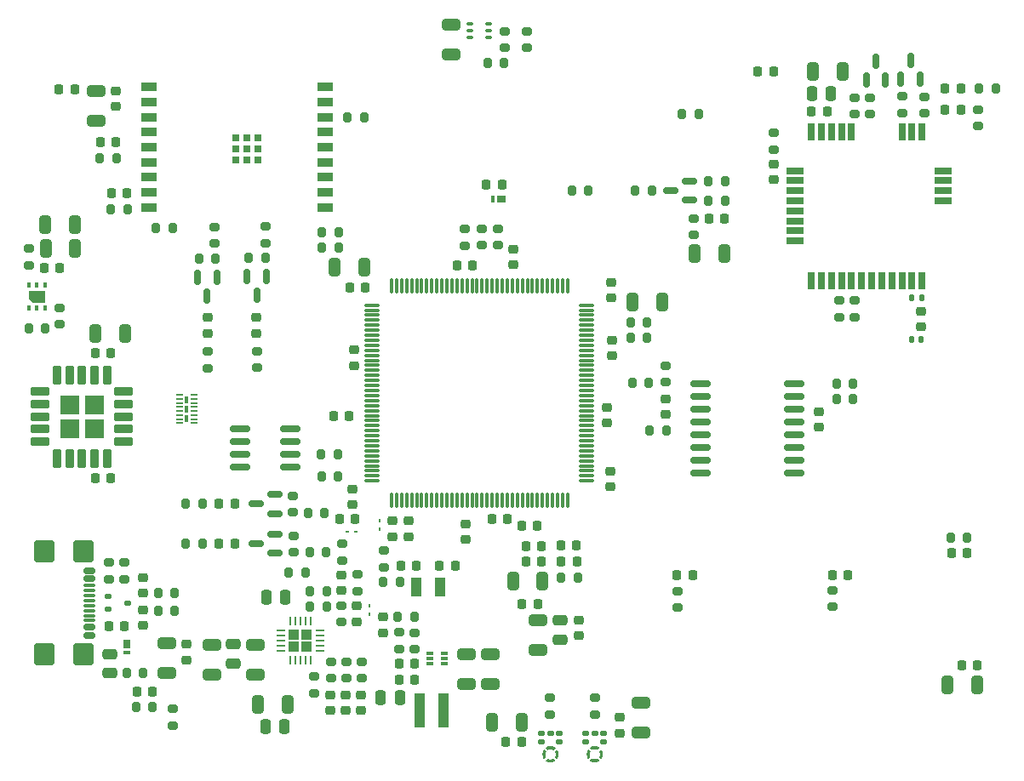
<source format=gbr>
%TF.GenerationSoftware,KiCad,Pcbnew,9.0.2*%
%TF.CreationDate,2025-09-08T10:53:28+03:00*%
%TF.ProjectId,OpenAirScope,4f70656e-4169-4725-9363-6f70652e6b69,v0-Draft*%
%TF.SameCoordinates,Original*%
%TF.FileFunction,Paste,Top*%
%TF.FilePolarity,Positive*%
%FSLAX46Y46*%
G04 Gerber Fmt 4.6, Leading zero omitted, Abs format (unit mm)*
G04 Created by KiCad (PCBNEW 9.0.2) date 2025-09-08 10:53:28*
%MOMM*%
%LPD*%
G01*
G04 APERTURE LIST*
G04 Aperture macros list*
%AMRoundRect*
0 Rectangle with rounded corners*
0 $1 Rounding radius*
0 $2 $3 $4 $5 $6 $7 $8 $9 X,Y pos of 4 corners*
0 Add a 4 corners polygon primitive as box body*
4,1,4,$2,$3,$4,$5,$6,$7,$8,$9,$2,$3,0*
0 Add four circle primitives for the rounded corners*
1,1,$1+$1,$2,$3*
1,1,$1+$1,$4,$5*
1,1,$1+$1,$6,$7*
1,1,$1+$1,$8,$9*
0 Add four rect primitives between the rounded corners*
20,1,$1+$1,$2,$3,$4,$5,0*
20,1,$1+$1,$4,$5,$6,$7,0*
20,1,$1+$1,$6,$7,$8,$9,0*
20,1,$1+$1,$8,$9,$2,$3,0*%
G04 Aperture macros list end*
%ADD10C,0.010000*%
%ADD11C,0.000000*%
%ADD12RoundRect,0.140000X0.140000X0.170000X-0.140000X0.170000X-0.140000X-0.170000X0.140000X-0.170000X0*%
%ADD13RoundRect,0.250000X-0.650000X0.325000X-0.650000X-0.325000X0.650000X-0.325000X0.650000X0.325000X0*%
%ADD14RoundRect,0.200000X-0.200000X-0.275000X0.200000X-0.275000X0.200000X0.275000X-0.200000X0.275000X0*%
%ADD15RoundRect,0.225000X0.225000X0.250000X-0.225000X0.250000X-0.225000X-0.250000X0.225000X-0.250000X0*%
%ADD16RoundRect,0.225000X-0.225000X-0.250000X0.225000X-0.250000X0.225000X0.250000X-0.225000X0.250000X0*%
%ADD17RoundRect,0.200000X0.200000X0.275000X-0.200000X0.275000X-0.200000X-0.275000X0.200000X-0.275000X0*%
%ADD18RoundRect,0.250000X-0.325000X-0.650000X0.325000X-0.650000X0.325000X0.650000X-0.325000X0.650000X0*%
%ADD19RoundRect,0.200000X0.275000X-0.200000X0.275000X0.200000X-0.275000X0.200000X-0.275000X-0.200000X0*%
%ADD20RoundRect,0.200000X-0.275000X0.200000X-0.275000X-0.200000X0.275000X-0.200000X0.275000X0.200000X0*%
%ADD21RoundRect,0.250000X-0.475000X0.250000X-0.475000X-0.250000X0.475000X-0.250000X0.475000X0.250000X0*%
%ADD22RoundRect,0.062500X-0.062500X0.117500X-0.062500X-0.117500X0.062500X-0.117500X0.062500X0.117500X0*%
%ADD23RoundRect,0.218750X-0.218750X-0.256250X0.218750X-0.256250X0.218750X0.256250X-0.218750X0.256250X0*%
%ADD24R,0.660000X0.310000*%
%ADD25R,0.700000X0.700000*%
%ADD26R,1.500000X0.900000*%
%ADD27RoundRect,0.075000X-0.275000X0.390000X-0.275000X-0.390000X0.275000X-0.390000X0.275000X0.390000X0*%
%ADD28RoundRect,0.075000X-0.275000X0.075000X-0.275000X-0.075000X0.275000X-0.075000X0.275000X0.075000X0*%
%ADD29RoundRect,0.075000X0.075000X-0.662500X0.075000X0.662500X-0.075000X0.662500X-0.075000X-0.662500X0*%
%ADD30RoundRect,0.075000X0.662500X-0.075000X0.662500X0.075000X-0.662500X0.075000X-0.662500X-0.075000X0*%
%ADD31RoundRect,0.150000X0.150000X-0.587500X0.150000X0.587500X-0.150000X0.587500X-0.150000X-0.587500X0*%
%ADD32RoundRect,0.075000X-0.250000X-0.075000X0.250000X-0.075000X0.250000X0.075000X-0.250000X0.075000X0*%
%ADD33RoundRect,0.225000X-0.250000X0.225000X-0.250000X-0.225000X0.250000X-0.225000X0.250000X0.225000X0*%
%ADD34RoundRect,0.250000X0.250000X0.475000X-0.250000X0.475000X-0.250000X-0.475000X0.250000X-0.475000X0*%
%ADD35R,0.700000X1.800000*%
%ADD36R,1.800000X0.700000*%
%ADD37RoundRect,0.080000X0.080000X0.295000X-0.080000X0.295000X-0.080000X-0.295000X0.080000X-0.295000X0*%
%ADD38RoundRect,0.050000X0.262500X0.050000X-0.262500X0.050000X-0.262500X-0.050000X0.262500X-0.050000X0*%
%ADD39RoundRect,0.150000X-0.875000X-0.150000X0.875000X-0.150000X0.875000X0.150000X-0.875000X0.150000X0*%
%ADD40R,0.400000X0.550000*%
%ADD41R,0.980000X3.400000*%
%ADD42RoundRect,0.250000X0.325000X0.650000X-0.325000X0.650000X-0.325000X-0.650000X0.325000X-0.650000X0*%
%ADD43RoundRect,0.150000X0.825000X0.150000X-0.825000X0.150000X-0.825000X-0.150000X0.825000X-0.150000X0*%
%ADD44RoundRect,0.075000X0.390000X0.275000X-0.390000X0.275000X-0.390000X-0.275000X0.390000X-0.275000X0*%
%ADD45RoundRect,0.075000X0.075000X0.275000X-0.075000X0.275000X-0.075000X-0.275000X0.075000X-0.275000X0*%
%ADD46RoundRect,0.225000X0.250000X-0.225000X0.250000X0.225000X-0.250000X0.225000X-0.250000X-0.225000X0*%
%ADD47RoundRect,0.218750X0.218750X0.256250X-0.218750X0.256250X-0.218750X-0.256250X0.218750X-0.256250X0*%
%ADD48RoundRect,0.150000X0.587500X0.150000X-0.587500X0.150000X-0.587500X-0.150000X0.587500X-0.150000X0*%
%ADD49RoundRect,0.250000X-0.250000X-0.475000X0.250000X-0.475000X0.250000X0.475000X-0.250000X0.475000X0*%
%ADD50RoundRect,0.062500X0.117500X0.062500X-0.117500X0.062500X-0.117500X-0.062500X0.117500X-0.062500X0*%
%ADD51RoundRect,0.250000X0.650000X-0.325000X0.650000X0.325000X-0.650000X0.325000X-0.650000X-0.325000X0*%
%ADD52RoundRect,0.150000X-0.425000X0.150000X-0.425000X-0.150000X0.425000X-0.150000X0.425000X0.150000X0*%
%ADD53RoundRect,0.075000X-0.500000X0.075000X-0.500000X-0.075000X0.500000X-0.075000X0.500000X0.075000X0*%
%ADD54RoundRect,0.250000X-0.750000X0.840000X-0.750000X-0.840000X0.750000X-0.840000X0.750000X0.840000X0*%
%ADD55RoundRect,0.150000X-0.150000X0.587500X-0.150000X-0.587500X0.150000X-0.587500X0.150000X0.587500X0*%
%ADD56RoundRect,0.218750X-0.256250X0.218750X-0.256250X-0.218750X0.256250X-0.218750X0.256250X0.218750X0*%
%ADD57RoundRect,0.130500X-0.169500X-0.130500X0.169500X-0.130500X0.169500X0.130500X-0.169500X0.130500X0*%
%ADD58RoundRect,0.249999X0.290001X-0.290001X0.290001X0.290001X-0.290001X0.290001X-0.290001X-0.290001X0*%
%ADD59RoundRect,0.062500X0.062500X-0.350000X0.062500X0.350000X-0.062500X0.350000X-0.062500X-0.350000X0*%
%ADD60RoundRect,0.062500X0.350000X-0.062500X0.350000X0.062500X-0.350000X0.062500X-0.350000X-0.062500X0*%
%ADD61RoundRect,0.112500X-0.237500X0.112500X-0.237500X-0.112500X0.237500X-0.112500X0.237500X0.112500X0*%
%ADD62RoundRect,0.250000X0.475000X-0.250000X0.475000X0.250000X-0.475000X0.250000X-0.475000X-0.250000X0*%
%ADD63R,1.100000X1.900000*%
%ADD64RoundRect,0.250001X0.714999X0.714999X-0.714999X0.714999X-0.714999X-0.714999X0.714999X-0.714999X0*%
%ADD65RoundRect,0.212500X0.737500X0.212500X-0.737500X0.212500X-0.737500X-0.212500X0.737500X-0.212500X0*%
%ADD66RoundRect,0.212500X0.212500X0.737500X-0.212500X0.737500X-0.212500X-0.737500X0.212500X-0.737500X0*%
G04 APERTURE END LIST*
D10*
%TO.C,U11*%
X100660000Y-100085000D02*
X99460000Y-100085000D01*
X99160000Y-99785000D01*
X99160000Y-99035000D01*
X100660000Y-99035000D01*
X100660000Y-100085000D01*
G36*
X100660000Y-100085000D02*
G01*
X99460000Y-100085000D01*
X99160000Y-99785000D01*
X99160000Y-99035000D01*
X100660000Y-99035000D01*
X100660000Y-100085000D01*
G37*
D11*
%TO.C,MK2*%
G36*
X154983900Y-144835300D02*
G01*
X154942200Y-144910700D01*
X154913700Y-144992000D01*
X154899300Y-145076900D01*
X154899300Y-145163100D01*
X154913700Y-145248000D01*
X154942200Y-145329300D01*
X154983900Y-145404700D01*
X154769100Y-145619400D01*
X154686700Y-145490000D01*
X154630000Y-145347400D01*
X154601100Y-145196700D01*
X154601100Y-145043300D01*
X154630000Y-144892600D01*
X154686700Y-144750000D01*
X154769100Y-144620600D01*
X154983900Y-144835300D01*
G37*
G36*
X155637400Y-144340000D02*
G01*
X155780000Y-144396700D01*
X155909400Y-144479100D01*
X155694700Y-144693900D01*
X155619300Y-144652200D01*
X155538000Y-144623700D01*
X155453100Y-144609300D01*
X155366900Y-144609300D01*
X155282000Y-144623700D01*
X155200700Y-144652200D01*
X155125300Y-144693900D01*
X154910600Y-144479100D01*
X155040000Y-144396700D01*
X155182600Y-144340000D01*
X155333300Y-144311100D01*
X155486700Y-144311100D01*
X155637400Y-144340000D01*
G37*
G36*
X155909400Y-145760900D02*
G01*
X155780000Y-145843300D01*
X155637400Y-145900000D01*
X155486700Y-145928900D01*
X155333300Y-145928900D01*
X155182600Y-145900000D01*
X155040000Y-145843300D01*
X154910600Y-145760900D01*
X155125300Y-145546100D01*
X155200700Y-145587800D01*
X155282000Y-145616300D01*
X155366900Y-145630700D01*
X155453100Y-145630700D01*
X155538000Y-145616300D01*
X155619300Y-145587800D01*
X155694700Y-145546100D01*
X155909400Y-145760900D01*
G37*
G36*
X156133300Y-144750000D02*
G01*
X156190000Y-144892600D01*
X156218900Y-145043300D01*
X156218900Y-145196700D01*
X156190000Y-145347400D01*
X156133300Y-145490000D01*
X156050900Y-145619400D01*
X155836100Y-145404700D01*
X155877800Y-145329300D01*
X155906300Y-145248000D01*
X155920700Y-145163100D01*
X155920700Y-145076900D01*
X155906300Y-144992000D01*
X155877800Y-144910700D01*
X155836100Y-144835300D01*
X156050900Y-144620600D01*
X156133300Y-144750000D01*
G37*
%TO.C,MK1*%
G36*
X150583900Y-144847300D02*
G01*
X150542200Y-144922700D01*
X150513700Y-145004000D01*
X150499300Y-145088900D01*
X150499300Y-145175100D01*
X150513700Y-145260000D01*
X150542200Y-145341300D01*
X150583900Y-145416700D01*
X150369100Y-145631400D01*
X150286700Y-145502000D01*
X150230000Y-145359400D01*
X150201100Y-145208700D01*
X150201100Y-145055300D01*
X150230000Y-144904600D01*
X150286700Y-144762000D01*
X150369100Y-144632600D01*
X150583900Y-144847300D01*
G37*
G36*
X151237400Y-144352000D02*
G01*
X151380000Y-144408700D01*
X151509400Y-144491100D01*
X151294700Y-144705900D01*
X151219300Y-144664200D01*
X151138000Y-144635700D01*
X151053100Y-144621300D01*
X150966900Y-144621300D01*
X150882000Y-144635700D01*
X150800700Y-144664200D01*
X150725300Y-144705900D01*
X150510600Y-144491100D01*
X150640000Y-144408700D01*
X150782600Y-144352000D01*
X150933300Y-144323100D01*
X151086700Y-144323100D01*
X151237400Y-144352000D01*
G37*
G36*
X151509400Y-145772900D02*
G01*
X151380000Y-145855300D01*
X151237400Y-145912000D01*
X151086700Y-145940900D01*
X150933300Y-145940900D01*
X150782600Y-145912000D01*
X150640000Y-145855300D01*
X150510600Y-145772900D01*
X150725300Y-145558100D01*
X150800700Y-145599800D01*
X150882000Y-145628300D01*
X150966900Y-145642700D01*
X151053100Y-145642700D01*
X151138000Y-145628300D01*
X151219300Y-145599800D01*
X151294700Y-145558100D01*
X151509400Y-145772900D01*
G37*
G36*
X151733300Y-144762000D02*
G01*
X151790000Y-144904600D01*
X151818900Y-145055300D01*
X151818900Y-145208700D01*
X151790000Y-145359400D01*
X151733300Y-145502000D01*
X151650900Y-145631400D01*
X151436100Y-145416700D01*
X151477800Y-145341300D01*
X151506300Y-145260000D01*
X151520700Y-145175100D01*
X151520700Y-145088900D01*
X151506300Y-145004000D01*
X151477800Y-144922700D01*
X151436100Y-144847300D01*
X151650900Y-144632600D01*
X151733300Y-144762000D01*
G37*
%TD*%
D12*
%TO.C,C53*%
X187910000Y-99660000D03*
X186950000Y-99660000D03*
%TD*%
D13*
%TO.C,C15*%
X145020000Y-135205000D03*
X145020000Y-138155000D03*
%TD*%
D14*
%TO.C,R60*%
X179435000Y-108240000D03*
X181085000Y-108240000D03*
%TD*%
D15*
%TO.C,C56*%
X108875000Y-89300000D03*
X107325000Y-89300000D03*
%TD*%
%TO.C,C40*%
X150130000Y-124390000D03*
X148580000Y-124390000D03*
%TD*%
D16*
%TO.C,C78*%
X166735000Y-91835000D03*
X168285000Y-91835000D03*
%TD*%
D17*
%TO.C,R82*%
X137450000Y-131480000D03*
X135800000Y-131480000D03*
%TD*%
D18*
%TO.C,C69*%
X100785000Y-94790000D03*
X103735000Y-94790000D03*
%TD*%
D19*
%TO.C,R20*%
X173240000Y-84935000D03*
X173240000Y-83285000D03*
%TD*%
D20*
%TO.C,R42*%
X102210000Y-100715000D03*
X102210000Y-102365000D03*
%TD*%
D21*
%TO.C,C4*%
X119480000Y-134195000D03*
X119480000Y-136095000D03*
%TD*%
D17*
%TO.C,R19*%
X154770000Y-89070000D03*
X153120000Y-89070000D03*
%TD*%
D22*
%TO.C,D17*%
X132980000Y-131167500D03*
X132980000Y-130327500D03*
%TD*%
D14*
%TO.C,R22*%
X128295000Y-94680000D03*
X129945000Y-94680000D03*
%TD*%
D22*
%TO.C,D16*%
X134020000Y-122700000D03*
X134020000Y-121860000D03*
%TD*%
D19*
%TO.C,R90*%
X130250000Y-125840000D03*
X130250000Y-124190000D03*
%TD*%
D20*
%TO.C,R74*%
X186000000Y-79660000D03*
X186000000Y-81310000D03*
%TD*%
D23*
%TO.C,D14*%
X190242500Y-81010000D03*
X191817500Y-81010000D03*
%TD*%
D24*
%TO.C,U3*%
X139010000Y-135085000D03*
X139010000Y-135585000D03*
X139010000Y-136085000D03*
X140480000Y-136085000D03*
X140480000Y-135585000D03*
X140480000Y-135085000D03*
%TD*%
D25*
%TO.C,U7*%
X119690000Y-83810000D03*
X119690000Y-84910000D03*
X119690000Y-86010000D03*
X120790000Y-83810000D03*
X120790000Y-84910000D03*
X120790000Y-86010000D03*
X121890000Y-83810000D03*
X121890000Y-84910000D03*
X121890000Y-86010000D03*
D26*
X111080000Y-78710000D03*
X111080000Y-80210000D03*
X111080000Y-81710000D03*
X111080000Y-83210000D03*
X111080000Y-84710000D03*
X111080000Y-86210000D03*
X111080000Y-87710000D03*
X111080000Y-89210000D03*
X111080000Y-90710000D03*
X128580000Y-90710000D03*
X128580000Y-89210000D03*
X128580000Y-87710000D03*
X128580000Y-86210000D03*
X128580000Y-84710000D03*
X128580000Y-83210000D03*
X128580000Y-81710000D03*
X128580000Y-80210000D03*
X128580000Y-78710000D03*
%TD*%
D14*
%TO.C,R52*%
X164080000Y-81430000D03*
X165730000Y-81430000D03*
%TD*%
D27*
%TO.C,D1*%
X108850000Y-134130000D03*
D28*
X108850000Y-135015000D03*
%TD*%
D20*
%TO.C,TH1*%
X127480000Y-137410000D03*
X127480000Y-139060000D03*
%TD*%
D29*
%TO.C,U5*%
X135200000Y-119842500D03*
X135700000Y-119842500D03*
X136200000Y-119842500D03*
X136700000Y-119842500D03*
X137200000Y-119842500D03*
X137700000Y-119842500D03*
X138200000Y-119842500D03*
X138700000Y-119842500D03*
X139200000Y-119842500D03*
X139700000Y-119842500D03*
X140200000Y-119842500D03*
X140700000Y-119842500D03*
X141200000Y-119842500D03*
X141700000Y-119842500D03*
X142200000Y-119842500D03*
X142700000Y-119842500D03*
X143200000Y-119842500D03*
X143700000Y-119842500D03*
X144200000Y-119842500D03*
X144700000Y-119842500D03*
X145200000Y-119842500D03*
X145700000Y-119842500D03*
X146200000Y-119842500D03*
X146700000Y-119842500D03*
X147200000Y-119842500D03*
X147700000Y-119842500D03*
X148200000Y-119842500D03*
X148700000Y-119842500D03*
X149200000Y-119842500D03*
X149700000Y-119842500D03*
X150200000Y-119842500D03*
X150700000Y-119842500D03*
X151200000Y-119842500D03*
X151700000Y-119842500D03*
X152200000Y-119842500D03*
X152700000Y-119842500D03*
D30*
X154612500Y-117930000D03*
X154612500Y-117430000D03*
X154612500Y-116930000D03*
X154612500Y-116430000D03*
X154612500Y-115930000D03*
X154612500Y-115430000D03*
X154612500Y-114930000D03*
X154612500Y-114430000D03*
X154612500Y-113930000D03*
X154612500Y-113430000D03*
X154612500Y-112930000D03*
X154612500Y-112430000D03*
X154612500Y-111930000D03*
X154612500Y-111430000D03*
X154612500Y-110930000D03*
X154612500Y-110430000D03*
X154612500Y-109930000D03*
X154612500Y-109430000D03*
X154612500Y-108930000D03*
X154612500Y-108430000D03*
X154612500Y-107930000D03*
X154612500Y-107430000D03*
X154612500Y-106930000D03*
X154612500Y-106430000D03*
X154612500Y-105930000D03*
X154612500Y-105430000D03*
X154612500Y-104930000D03*
X154612500Y-104430000D03*
X154612500Y-103930000D03*
X154612500Y-103430000D03*
X154612500Y-102930000D03*
X154612500Y-102430000D03*
X154612500Y-101930000D03*
X154612500Y-101430000D03*
X154612500Y-100930000D03*
X154612500Y-100430000D03*
D29*
X152700000Y-98517500D03*
X152200000Y-98517500D03*
X151700000Y-98517500D03*
X151200000Y-98517500D03*
X150700000Y-98517500D03*
X150200000Y-98517500D03*
X149700000Y-98517500D03*
X149200000Y-98517500D03*
X148700000Y-98517500D03*
X148200000Y-98517500D03*
X147700000Y-98517500D03*
X147200000Y-98517500D03*
X146700000Y-98517500D03*
X146200000Y-98517500D03*
X145700000Y-98517500D03*
X145200000Y-98517500D03*
X144700000Y-98517500D03*
X144200000Y-98517500D03*
X143700000Y-98517500D03*
X143200000Y-98517500D03*
X142700000Y-98517500D03*
X142200000Y-98517500D03*
X141700000Y-98517500D03*
X141200000Y-98517500D03*
X140700000Y-98517500D03*
X140200000Y-98517500D03*
X139700000Y-98517500D03*
X139200000Y-98517500D03*
X138700000Y-98517500D03*
X138200000Y-98517500D03*
X137700000Y-98517500D03*
X137200000Y-98517500D03*
X136700000Y-98517500D03*
X136200000Y-98517500D03*
X135700000Y-98517500D03*
X135200000Y-98517500D03*
D30*
X133287500Y-100430000D03*
X133287500Y-100930000D03*
X133287500Y-101430000D03*
X133287500Y-101930000D03*
X133287500Y-102430000D03*
X133287500Y-102930000D03*
X133287500Y-103430000D03*
X133287500Y-103930000D03*
X133287500Y-104430000D03*
X133287500Y-104930000D03*
X133287500Y-105430000D03*
X133287500Y-105930000D03*
X133287500Y-106430000D03*
X133287500Y-106930000D03*
X133287500Y-107430000D03*
X133287500Y-107930000D03*
X133287500Y-108430000D03*
X133287500Y-108930000D03*
X133287500Y-109430000D03*
X133287500Y-109930000D03*
X133287500Y-110430000D03*
X133287500Y-110930000D03*
X133287500Y-111430000D03*
X133287500Y-111930000D03*
X133287500Y-112430000D03*
X133287500Y-112930000D03*
X133287500Y-113430000D03*
X133287500Y-113930000D03*
X133287500Y-114430000D03*
X133287500Y-114930000D03*
X133287500Y-115430000D03*
X133287500Y-115930000D03*
X133287500Y-116430000D03*
X133287500Y-116930000D03*
X133287500Y-117430000D03*
X133287500Y-117930000D03*
%TD*%
D17*
%TO.C,R29*%
X107825000Y-85800000D03*
X106175000Y-85800000D03*
%TD*%
D19*
%TO.C,R80*%
X188217249Y-81328500D03*
X188217249Y-79678500D03*
%TD*%
D31*
%TO.C,Q8*%
X182440000Y-78050000D03*
X184340000Y-78050000D03*
X183390000Y-76175000D03*
%TD*%
D32*
%TO.C,U13*%
X143020000Y-72470000D03*
X143020000Y-73120000D03*
X143020000Y-73770000D03*
X144820000Y-73770000D03*
X144820000Y-73120000D03*
X144820000Y-72470000D03*
%TD*%
D15*
%TO.C,C27*%
X143265000Y-96520000D03*
X141715000Y-96520000D03*
%TD*%
D33*
%TO.C,C9*%
X110490000Y-130770000D03*
X110490000Y-132320000D03*
%TD*%
D17*
%TO.C,R30*%
X108925000Y-90900000D03*
X107275000Y-90900000D03*
%TD*%
D34*
%TO.C,C12*%
X136030000Y-139490000D03*
X134130000Y-139490000D03*
%TD*%
D17*
%TO.C,R88*%
X192440000Y-123550000D03*
X190790000Y-123550000D03*
%TD*%
D19*
%TO.C,R10*%
X135950000Y-134665000D03*
X135950000Y-133015000D03*
%TD*%
D20*
%TO.C,R75*%
X181240000Y-79770000D03*
X181240000Y-81420000D03*
%TD*%
D35*
%TO.C,U8*%
X176955000Y-98010000D03*
X177955000Y-98010000D03*
X178955000Y-98010000D03*
X179955000Y-98010000D03*
X180955000Y-98010000D03*
X181955000Y-98010000D03*
X182955000Y-98010000D03*
X183955000Y-98010000D03*
X184955000Y-98010000D03*
X185955000Y-98010000D03*
X186955000Y-98010000D03*
X187955000Y-98010000D03*
D36*
X190090000Y-90055000D03*
X190090000Y-89055000D03*
X190090000Y-88055000D03*
X190090000Y-87055000D03*
D35*
X187955000Y-83210000D03*
X186955000Y-83210000D03*
X185955000Y-83210000D03*
X180955000Y-83210000D03*
X179955000Y-83210000D03*
X178955000Y-83210000D03*
X177955000Y-83210000D03*
X176955000Y-83210000D03*
D36*
X175290000Y-87055000D03*
X175290000Y-88055000D03*
X175290000Y-89055000D03*
X175290000Y-90055000D03*
X175290000Y-91055000D03*
X175290000Y-92055000D03*
X175290000Y-93055000D03*
X175290000Y-94055000D03*
%TD*%
D16*
%TO.C,C46*%
X136095000Y-126400000D03*
X137645000Y-126400000D03*
%TD*%
%TO.C,C39*%
X148580000Y-125930000D03*
X150130000Y-125930000D03*
%TD*%
D31*
%TO.C,Q7*%
X185850000Y-77930000D03*
X187750000Y-77930000D03*
X186800000Y-76055000D03*
%TD*%
D21*
%TO.C,C20*%
X151960000Y-131800000D03*
X151960000Y-133700000D03*
%TD*%
D20*
%TO.C,R54*%
X165240000Y-91800000D03*
X165240000Y-93450000D03*
%TD*%
D33*
%TO.C,C92*%
X131740000Y-130380000D03*
X131740000Y-131930000D03*
%TD*%
D19*
%TO.C,R70*%
X122677500Y-94272500D03*
X122677500Y-92622500D03*
%TD*%
%TO.C,R93*%
X130190000Y-131980000D03*
X130190000Y-130330000D03*
%TD*%
D15*
%TO.C,C55*%
X107775000Y-84200000D03*
X106225000Y-84200000D03*
%TD*%
D37*
%TO.C,U14*%
X114827500Y-111710000D03*
X114827500Y-110780000D03*
X114827500Y-109850000D03*
D38*
X115540000Y-112180000D03*
X115540000Y-111780000D03*
X115540000Y-111380000D03*
X115540000Y-110980000D03*
X115540000Y-110580000D03*
X115540000Y-110180000D03*
X115540000Y-109780000D03*
X115540000Y-109380000D03*
X114115000Y-109380000D03*
X114115000Y-109780000D03*
X114115000Y-110180000D03*
X114115000Y-110580000D03*
X114115000Y-110980000D03*
X114115000Y-111380000D03*
X114115000Y-111780000D03*
X114115000Y-112180000D03*
%TD*%
D20*
%TO.C,R78*%
X125410000Y-119427594D03*
X125410000Y-121077594D03*
%TD*%
D16*
%TO.C,C26*%
X129430000Y-111450000D03*
X130980000Y-111450000D03*
%TD*%
D20*
%TO.C,R17*%
X144130000Y-92835000D03*
X144130000Y-94485000D03*
%TD*%
D34*
%TO.C,C6*%
X124540000Y-142390000D03*
X122640000Y-142390000D03*
%TD*%
D17*
%TO.C,R84*%
X136020000Y-127960000D03*
X134370000Y-127960000D03*
%TD*%
D14*
%TO.C,R77*%
X116048809Y-95795799D03*
X117698809Y-95795799D03*
%TD*%
D20*
%TO.C,R69*%
X193500000Y-80970000D03*
X193500000Y-82620000D03*
%TD*%
D23*
%TO.C,D13*%
X190242500Y-78850000D03*
X191817500Y-78850000D03*
%TD*%
D39*
%TO.C,U15*%
X165960000Y-108290000D03*
X165960000Y-109560000D03*
X165960000Y-110830000D03*
X165960000Y-112100000D03*
X165960000Y-113370000D03*
X165960000Y-114640000D03*
X165960000Y-115910000D03*
X165960000Y-117180000D03*
X175260000Y-117180000D03*
X175260000Y-115910000D03*
X175260000Y-114640000D03*
X175260000Y-113370000D03*
X175260000Y-112100000D03*
X175260000Y-110830000D03*
X175260000Y-109560000D03*
X175260000Y-108290000D03*
%TD*%
D19*
%TO.C,R81*%
X182770000Y-81420000D03*
X182770000Y-79770000D03*
%TD*%
D14*
%TO.C,R94*%
X109790000Y-140460000D03*
X111440000Y-140460000D03*
%TD*%
D40*
%TO.C,U11*%
X99110000Y-100710000D03*
X99910000Y-100710000D03*
X100710000Y-100710000D03*
X100710000Y-98410000D03*
X99910000Y-98410000D03*
X99110000Y-98410000D03*
%TD*%
D41*
%TO.C,L1*%
X137955000Y-140750000D03*
X140325000Y-140750000D03*
%TD*%
D17*
%TO.C,R66*%
X116360000Y-120167594D03*
X114710000Y-120167594D03*
%TD*%
%TO.C,R53*%
X161100000Y-89040000D03*
X159450000Y-89040000D03*
%TD*%
D16*
%TO.C,C86*%
X163580000Y-127340000D03*
X165130000Y-127340000D03*
%TD*%
D33*
%TO.C,C83*%
X134350000Y-131480000D03*
X134350000Y-133030000D03*
%TD*%
D42*
%TO.C,C71*%
X148120000Y-141960000D03*
X145170000Y-141960000D03*
%TD*%
D43*
%TO.C,U6*%
X125095000Y-116570000D03*
X125095000Y-115300000D03*
X125095000Y-114030000D03*
X125095000Y-112760000D03*
X120145000Y-112760000D03*
X120145000Y-114030000D03*
X120145000Y-115300000D03*
X120145000Y-116570000D03*
%TD*%
D16*
%TO.C,C33*%
X131015000Y-98670000D03*
X132565000Y-98670000D03*
%TD*%
D44*
%TO.C,D5*%
X146135000Y-89890000D03*
D45*
X145250000Y-89890000D03*
%TD*%
D17*
%TO.C,R23*%
X160625000Y-103660000D03*
X158975000Y-103660000D03*
%TD*%
%TO.C,R28*%
X113425000Y-92800000D03*
X111775000Y-92800000D03*
%TD*%
D46*
%TO.C,C30*%
X156953410Y-118492075D03*
X156953410Y-116942075D03*
%TD*%
D15*
%TO.C,C81*%
X193470000Y-136260000D03*
X191920000Y-136260000D03*
%TD*%
%TO.C,C84*%
X131540000Y-121710000D03*
X129990000Y-121710000D03*
%TD*%
D19*
%TO.C,R92*%
X113460000Y-142250000D03*
X113460000Y-140600000D03*
%TD*%
D33*
%TO.C,C34*%
X157126009Y-103895334D03*
X157126009Y-105445334D03*
%TD*%
D47*
%TO.C,FB1*%
X108621999Y-132393000D03*
X107046999Y-132393000D03*
%TD*%
D17*
%TO.C,R61*%
X160805000Y-108130000D03*
X159155000Y-108130000D03*
%TD*%
D19*
%TO.C,R57*%
X162440000Y-108105000D03*
X162440000Y-106455000D03*
%TD*%
%TO.C,R3*%
X132200000Y-137570000D03*
X132200000Y-135920000D03*
%TD*%
D47*
%TO.C,D11*%
X119587500Y-120197594D03*
X118012500Y-120197594D03*
%TD*%
D20*
%TO.C,R26*%
X179710000Y-99975000D03*
X179710000Y-101625000D03*
%TD*%
D16*
%TO.C,C72*%
X146570000Y-143890000D03*
X148120000Y-143890000D03*
%TD*%
D48*
%TO.C,Q5*%
X123620000Y-121177594D03*
X123620000Y-119277594D03*
X121745000Y-120227594D03*
%TD*%
D49*
%TO.C,C8*%
X122730000Y-129545000D03*
X124630000Y-129545000D03*
%TD*%
D33*
%TO.C,C74*%
X157890000Y-141470000D03*
X157890000Y-143020000D03*
%TD*%
D20*
%TO.C,R64*%
X121797500Y-105012500D03*
X121797500Y-106662500D03*
%TD*%
D13*
%TO.C,C70*%
X141120000Y-72495000D03*
X141120000Y-75445000D03*
%TD*%
D18*
%TO.C,C47*%
X177090000Y-77140000D03*
X180040000Y-77140000D03*
%TD*%
D50*
%TO.C,D15*%
X130832500Y-122980000D03*
X131672500Y-122980000D03*
%TD*%
D51*
%TO.C,C73*%
X159970000Y-142980000D03*
X159970000Y-140030000D03*
%TD*%
D13*
%TO.C,C3*%
X117300000Y-134250000D03*
X117300000Y-137200000D03*
%TD*%
D15*
%TO.C,C64*%
X107250000Y-105230000D03*
X105700000Y-105230000D03*
%TD*%
D52*
%TO.C,J1*%
X105125000Y-126875000D03*
X105125000Y-127675000D03*
D53*
X105125000Y-128825000D03*
X105125000Y-129825000D03*
X105125000Y-130325000D03*
X105125000Y-131325000D03*
D52*
X105125000Y-132475000D03*
X105125000Y-133275000D03*
X105125000Y-133275000D03*
X105125000Y-132475000D03*
D53*
X105125000Y-131825000D03*
X105125000Y-130825000D03*
X105125000Y-129325000D03*
X105125000Y-128325000D03*
D52*
X105125000Y-127675000D03*
X105125000Y-126875000D03*
D54*
X104550000Y-124965000D03*
X100620000Y-124965000D03*
X104550000Y-135185000D03*
X100620000Y-135185000D03*
%TD*%
D15*
%TO.C,C45*%
X141505000Y-126390000D03*
X139955000Y-126390000D03*
%TD*%
D55*
%TO.C,Q3*%
X122730000Y-97550000D03*
X120830000Y-97550000D03*
X121780000Y-99425000D03*
%TD*%
D18*
%TO.C,C77*%
X165325000Y-95335000D03*
X168275000Y-95335000D03*
%TD*%
D15*
%TO.C,C14*%
X137505000Y-136150000D03*
X135955000Y-136150000D03*
%TD*%
D14*
%TO.C,R68*%
X193640000Y-78880000D03*
X195290000Y-78880000D03*
%TD*%
D23*
%TO.C,FB3*%
X171612500Y-77180000D03*
X173187500Y-77180000D03*
%TD*%
D33*
%TO.C,C32*%
X131500000Y-104885000D03*
X131500000Y-106435000D03*
%TD*%
D49*
%TO.C,C48*%
X176995000Y-79390000D03*
X178895000Y-79390000D03*
%TD*%
D13*
%TO.C,C50*%
X105800000Y-79125000D03*
X105800000Y-82075000D03*
%TD*%
D20*
%TO.C,R86*%
X163640000Y-128870000D03*
X163640000Y-130520000D03*
%TD*%
D14*
%TO.C,R12*%
X128225000Y-117470000D03*
X129875000Y-117470000D03*
%TD*%
D19*
%TO.C,R2*%
X130680000Y-137570000D03*
X130680000Y-135920000D03*
%TD*%
D15*
%TO.C,C36*%
X153620000Y-125910000D03*
X152070000Y-125910000D03*
%TD*%
D12*
%TO.C,C54*%
X187873783Y-103877113D03*
X186913783Y-103877113D03*
%TD*%
D16*
%TO.C,C41*%
X144610000Y-88430000D03*
X146160000Y-88430000D03*
%TD*%
D56*
%TO.C,D2*%
X129083552Y-139221462D03*
X129083552Y-140796462D03*
%TD*%
D15*
%TO.C,C88*%
X192420000Y-125060000D03*
X190870000Y-125060000D03*
%TD*%
D19*
%TO.C,R83*%
X134420000Y-126520000D03*
X134420000Y-124870000D03*
%TD*%
D20*
%TO.C,R79*%
X125470000Y-123377594D03*
X125470000Y-125027594D03*
%TD*%
D57*
%TO.C,MK2*%
X154510000Y-143046000D03*
X154510000Y-143868000D03*
X156310000Y-143868000D03*
X156310000Y-143046000D03*
X155410000Y-143046000D03*
%TD*%
D48*
%TO.C,Q6*%
X123590000Y-125127594D03*
X123590000Y-123227594D03*
X121715000Y-124177594D03*
%TD*%
D14*
%TO.C,R21*%
X128265000Y-93140000D03*
X129915000Y-93140000D03*
%TD*%
D46*
%TO.C,C35*%
X153780000Y-133305000D03*
X153780000Y-131755000D03*
%TD*%
D17*
%TO.C,R15*%
X113625000Y-130820000D03*
X111975000Y-130820000D03*
%TD*%
D33*
%TO.C,C80*%
X177700000Y-111015000D03*
X177700000Y-112565000D03*
%TD*%
D58*
%TO.C,U1*%
X125490000Y-134445000D03*
X126740000Y-134445000D03*
X125490000Y-133195000D03*
X126740000Y-133195000D03*
D59*
X125115000Y-135757500D03*
X125615000Y-135757500D03*
X126115000Y-135757500D03*
X126615000Y-135757500D03*
X127115000Y-135757500D03*
D60*
X128052500Y-134820000D03*
X128052500Y-134320000D03*
X128052500Y-133820000D03*
X128052500Y-133320000D03*
X128052500Y-132820000D03*
D59*
X127115000Y-131882500D03*
X126615000Y-131882500D03*
X126115000Y-131882500D03*
X125615000Y-131882500D03*
X125115000Y-131882500D03*
D60*
X124177500Y-132820000D03*
X124177500Y-133320000D03*
X124177500Y-133820000D03*
X124177500Y-134320000D03*
X124177500Y-134820000D03*
%TD*%
D56*
%TO.C,D3*%
X130620000Y-139222500D03*
X130620000Y-140797500D03*
%TD*%
D18*
%TO.C,C68*%
X100765000Y-92380000D03*
X103715000Y-92380000D03*
%TD*%
D42*
%TO.C,C7*%
X124835000Y-140190000D03*
X121885000Y-140190000D03*
%TD*%
D15*
%TO.C,C91*%
X111390000Y-138930000D03*
X109840000Y-138930000D03*
%TD*%
D19*
%TO.C,R71*%
X117598645Y-94281872D03*
X117598645Y-92631872D03*
%TD*%
D14*
%TO.C,R55*%
X166705000Y-90070000D03*
X168355000Y-90070000D03*
%TD*%
D17*
%TO.C,R11*%
X153730000Y-127550000D03*
X152080000Y-127550000D03*
%TD*%
%TO.C,R58*%
X162535000Y-112870000D03*
X160885000Y-112870000D03*
%TD*%
D56*
%TO.C,D10*%
X116880000Y-101672812D03*
X116880000Y-103247812D03*
%TD*%
D46*
%TO.C,C31*%
X142570000Y-123775000D03*
X142570000Y-122225000D03*
%TD*%
D20*
%TO.C,R47*%
X148680000Y-73195000D03*
X148680000Y-74845000D03*
%TD*%
D13*
%TO.C,C21*%
X149730000Y-131825000D03*
X149730000Y-134775000D03*
%TD*%
D57*
%TO.C,MK1*%
X150110000Y-143058000D03*
X150110000Y-143880000D03*
X151910000Y-143880000D03*
X151910000Y-143058000D03*
X151010000Y-143058000D03*
%TD*%
D15*
%TO.C,C17*%
X137515000Y-137690000D03*
X135965000Y-137690000D03*
%TD*%
D17*
%TO.C,R14*%
X113645000Y-129100000D03*
X111995000Y-129100000D03*
%TD*%
D14*
%TO.C,R73*%
X127060000Y-124977594D03*
X128710000Y-124977594D03*
%TD*%
D33*
%TO.C,C28*%
X147270000Y-94875000D03*
X147270000Y-96425000D03*
%TD*%
D16*
%TO.C,C49*%
X176970000Y-81170000D03*
X178520000Y-81170000D03*
%TD*%
D47*
%TO.C,D12*%
X119587500Y-124133549D03*
X118012500Y-124133549D03*
%TD*%
D15*
%TO.C,C65*%
X107250000Y-117690000D03*
X105700000Y-117690000D03*
%TD*%
D20*
%TO.C,R87*%
X179080000Y-128800000D03*
X179080000Y-130450000D03*
%TD*%
D16*
%TO.C,C23*%
X148160000Y-122380000D03*
X149710000Y-122380000D03*
%TD*%
D61*
%TO.C,U2*%
X106980000Y-129415000D03*
X106980000Y-130715000D03*
X108980000Y-130065000D03*
%TD*%
D33*
%TO.C,C2*%
X114800000Y-134180000D03*
X114800000Y-135730000D03*
%TD*%
D56*
%TO.C,D4*%
X132151829Y-139228015D03*
X132151829Y-140803015D03*
%TD*%
D19*
%TO.C,R8*%
X108650000Y-127690000D03*
X108650000Y-126040000D03*
%TD*%
D18*
%TO.C,C63*%
X105750000Y-103290000D03*
X108700000Y-103290000D03*
%TD*%
D19*
%TO.C,R1*%
X129150000Y-137570000D03*
X129150000Y-135920000D03*
%TD*%
D62*
%TO.C,C11*%
X107150000Y-137055000D03*
X107150000Y-135155000D03*
%TD*%
D13*
%TO.C,C16*%
X142630000Y-135205000D03*
X142630000Y-138155000D03*
%TD*%
D19*
%TO.C,R91*%
X131800000Y-128900000D03*
X131800000Y-127250000D03*
%TD*%
D33*
%TO.C,C29*%
X157050000Y-98175000D03*
X157050000Y-99725000D03*
%TD*%
D20*
%TO.C,R16*%
X145750000Y-92825000D03*
X145750000Y-94475000D03*
%TD*%
D14*
%TO.C,R48*%
X144755000Y-76320000D03*
X146405000Y-76320000D03*
%TD*%
D46*
%TO.C,C22*%
X136880000Y-123455000D03*
X136880000Y-121905000D03*
%TD*%
D33*
%TO.C,C89*%
X130240000Y-127300000D03*
X130240000Y-128850000D03*
%TD*%
D16*
%TO.C,C37*%
X152060000Y-124370000D03*
X153610000Y-124370000D03*
%TD*%
D14*
%TO.C,R27*%
X130795000Y-81750000D03*
X132445000Y-81750000D03*
%TD*%
D19*
%TO.C,R7*%
X107120000Y-127690000D03*
X107120000Y-126040000D03*
%TD*%
%TO.C,R51*%
X155390000Y-141165000D03*
X155390000Y-139515000D03*
%TD*%
D63*
%TO.C,XTAL1*%
X140025000Y-128460000D03*
X137615000Y-128460000D03*
%TD*%
D46*
%TO.C,C25*%
X131340000Y-120260000D03*
X131340000Y-118710000D03*
%TD*%
D42*
%TO.C,C38*%
X150217500Y-127920000D03*
X147267500Y-127920000D03*
%TD*%
D14*
%TO.C,R59*%
X179435000Y-109770000D03*
X181085000Y-109770000D03*
%TD*%
D46*
%TO.C,C10*%
X110490000Y-129080000D03*
X110490000Y-127530000D03*
%TD*%
D15*
%TO.C,C67*%
X102205000Y-96730000D03*
X100655000Y-96730000D03*
%TD*%
D20*
%TO.C,R49*%
X146460000Y-73175000D03*
X146460000Y-74825000D03*
%TD*%
D16*
%TO.C,C42*%
X145145000Y-121680000D03*
X146695000Y-121680000D03*
%TD*%
D19*
%TO.C,R50*%
X150980000Y-141165000D03*
X150980000Y-139515000D03*
%TD*%
D42*
%TO.C,C82*%
X193440000Y-138240000D03*
X190490000Y-138240000D03*
%TD*%
D13*
%TO.C,C5*%
X121680000Y-134270000D03*
X121680000Y-137220000D03*
%TD*%
D17*
%TO.C,R4*%
X128755000Y-128885000D03*
X127105000Y-128885000D03*
%TD*%
D33*
%TO.C,C90*%
X135310000Y-121920000D03*
X135310000Y-123470000D03*
%TD*%
D20*
%TO.C,R18*%
X142510000Y-92845000D03*
X142510000Y-94495000D03*
%TD*%
D14*
%TO.C,R6*%
X108845000Y-137065000D03*
X110495000Y-137065000D03*
%TD*%
D48*
%TO.C,Q1*%
X164867500Y-89982500D03*
X164867500Y-88082500D03*
X162992500Y-89032500D03*
%TD*%
D14*
%TO.C,R76*%
X121012500Y-95727500D03*
X122662500Y-95727500D03*
%TD*%
D33*
%TO.C,C51*%
X107800000Y-79125000D03*
X107800000Y-80675000D03*
%TD*%
D17*
%TO.C,R67*%
X116360000Y-124150000D03*
X114710000Y-124150000D03*
%TD*%
D20*
%TO.C,R9*%
X137490000Y-133025000D03*
X137490000Y-134675000D03*
%TD*%
D18*
%TO.C,C43*%
X159155000Y-100160000D03*
X162105000Y-100160000D03*
%TD*%
D64*
%TO.C,U12*%
X105610000Y-112730000D03*
X105610000Y-110330000D03*
X103210000Y-112730000D03*
X103210000Y-110330000D03*
D65*
X108560000Y-114030000D03*
X108560000Y-112780000D03*
X108560000Y-111530000D03*
X108560000Y-110280000D03*
X108560000Y-109030000D03*
D66*
X106910000Y-107380000D03*
X105660000Y-107380000D03*
X104410000Y-107380000D03*
X103160000Y-107380000D03*
X101910000Y-107380000D03*
D65*
X100260000Y-109030000D03*
X100260000Y-110280000D03*
X100260000Y-111530000D03*
X100260000Y-112780000D03*
X100260000Y-114030000D03*
D66*
X101910000Y-115680000D03*
X103160000Y-115680000D03*
X104410000Y-115680000D03*
X105660000Y-115680000D03*
X106910000Y-115680000D03*
%TD*%
D14*
%TO.C,R89*%
X124970000Y-127060000D03*
X126620000Y-127060000D03*
%TD*%
%TO.C,R13*%
X128210000Y-115320000D03*
X129860000Y-115320000D03*
%TD*%
D46*
%TO.C,C24*%
X156630000Y-112185000D03*
X156630000Y-110635000D03*
%TD*%
D14*
%TO.C,R56*%
X166715000Y-88120000D03*
X168365000Y-88120000D03*
%TD*%
D23*
%TO.C,FB2*%
X148172500Y-130150000D03*
X149747500Y-130150000D03*
%TD*%
D16*
%TO.C,C87*%
X179050000Y-127320000D03*
X180600000Y-127320000D03*
%TD*%
D17*
%TO.C,R25*%
X160625000Y-102140000D03*
X158975000Y-102140000D03*
%TD*%
D13*
%TO.C,C1*%
X112830000Y-134080000D03*
X112830000Y-137030000D03*
%TD*%
D33*
%TO.C,C52*%
X173230000Y-86405000D03*
X173230000Y-87955000D03*
%TD*%
%TO.C,C79*%
X162490000Y-109755000D03*
X162490000Y-111305000D03*
%TD*%
D14*
%TO.C,R44*%
X99125000Y-102710000D03*
X100775000Y-102710000D03*
%TD*%
D56*
%TO.C,L2*%
X187900000Y-101032500D03*
X187900000Y-102607500D03*
%TD*%
D42*
%TO.C,C44*%
X132445000Y-96660000D03*
X129495000Y-96660000D03*
%TD*%
D20*
%TO.C,R65*%
X116880000Y-105055000D03*
X116880000Y-106705000D03*
%TD*%
D56*
%TO.C,D9*%
X121767500Y-101680000D03*
X121767500Y-103255000D03*
%TD*%
D17*
%TO.C,R5*%
X128755000Y-130415000D03*
X127105000Y-130415000D03*
%TD*%
D20*
%TO.C,R24*%
X181240000Y-99975000D03*
X181240000Y-101625000D03*
%TD*%
D55*
%TO.C,Q4*%
X117803809Y-97630799D03*
X115903809Y-97630799D03*
X116853809Y-99505799D03*
%TD*%
D19*
%TO.C,R43*%
X99150000Y-96445000D03*
X99150000Y-94795000D03*
%TD*%
D23*
%TO.C,FB4*%
X102112500Y-79000000D03*
X103687500Y-79000000D03*
%TD*%
D14*
%TO.C,R72*%
X126880000Y-121097594D03*
X128530000Y-121097594D03*
%TD*%
M02*

</source>
